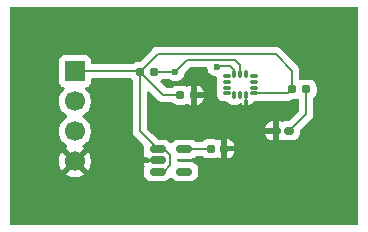
<source format=gbr>
%TF.GenerationSoftware,KiCad,Pcbnew,9.0.6*%
%TF.CreationDate,2026-01-28T18:23:47-08:00*%
%TF.ProjectId,PCB_design,5043425f-6465-4736-9967-6e2e6b696361,rev?*%
%TF.SameCoordinates,Original*%
%TF.FileFunction,Copper,L1,Top*%
%TF.FilePolarity,Positive*%
%FSLAX46Y46*%
G04 Gerber Fmt 4.6, Leading zero omitted, Abs format (unit mm)*
G04 Created by KiCad (PCBNEW 9.0.6) date 2026-01-28 18:23:47*
%MOMM*%
%LPD*%
G01*
G04 APERTURE LIST*
G04 Aperture macros list*
%AMRoundRect*
0 Rectangle with rounded corners*
0 $1 Rounding radius*
0 $2 $3 $4 $5 $6 $7 $8 $9 X,Y pos of 4 corners*
0 Add a 4 corners polygon primitive as box body*
4,1,4,$2,$3,$4,$5,$6,$7,$8,$9,$2,$3,0*
0 Add four circle primitives for the rounded corners*
1,1,$1+$1,$2,$3*
1,1,$1+$1,$4,$5*
1,1,$1+$1,$6,$7*
1,1,$1+$1,$8,$9*
0 Add four rect primitives between the rounded corners*
20,1,$1+$1,$2,$3,$4,$5,0*
20,1,$1+$1,$4,$5,$6,$7,0*
20,1,$1+$1,$6,$7,$8,$9,0*
20,1,$1+$1,$8,$9,$2,$3,0*%
G04 Aperture macros list end*
%TA.AperFunction,SMDPad,CuDef*%
%ADD10RoundRect,0.155000X-0.212500X-0.155000X0.212500X-0.155000X0.212500X0.155000X-0.212500X0.155000X0*%
%TD*%
%TA.AperFunction,SMDPad,CuDef*%
%ADD11RoundRect,0.160000X-0.222500X-0.160000X0.222500X-0.160000X0.222500X0.160000X-0.222500X0.160000X0*%
%TD*%
%TA.AperFunction,SMDPad,CuDef*%
%ADD12RoundRect,0.087500X-0.225000X-0.087500X0.225000X-0.087500X0.225000X0.087500X-0.225000X0.087500X0*%
%TD*%
%TA.AperFunction,SMDPad,CuDef*%
%ADD13RoundRect,0.087500X-0.087500X-0.225000X0.087500X-0.225000X0.087500X0.225000X-0.087500X0.225000X0*%
%TD*%
%TA.AperFunction,ComponentPad*%
%ADD14R,1.700000X1.700000*%
%TD*%
%TA.AperFunction,ComponentPad*%
%ADD15C,1.700000*%
%TD*%
%TA.AperFunction,SMDPad,CuDef*%
%ADD16RoundRect,0.150000X-0.512500X-0.150000X0.512500X-0.150000X0.512500X0.150000X-0.512500X0.150000X0*%
%TD*%
%TA.AperFunction,SMDPad,CuDef*%
%ADD17RoundRect,0.160000X-0.197500X-0.160000X0.197500X-0.160000X0.197500X0.160000X-0.197500X0.160000X0*%
%TD*%
%TA.AperFunction,ViaPad*%
%ADD18C,0.600000*%
%TD*%
%TA.AperFunction,Conductor*%
%ADD19C,0.200000*%
%TD*%
G04 APERTURE END LIST*
D10*
%TO.P,C1,1*%
%TO.N,VCC*%
X96432500Y-88500000D03*
%TO.P,C1,2*%
%TO.N,GND*%
X97567500Y-88500000D03*
%TD*%
D11*
%TO.P,D1,1,K*%
%TO.N,GND*%
X104500000Y-91500000D03*
%TO.P,D1,2,A*%
%TO.N,Net-(D1-A)*%
X105645000Y-91500000D03*
%TD*%
D10*
%TO.P,C2,1*%
%TO.N,Net-(U3-OUT)*%
X99000000Y-93000000D03*
%TO.P,C2,2*%
%TO.N,GND*%
X100135000Y-93000000D03*
%TD*%
D12*
%TO.P,U1,1,SDO/SA0*%
%TO.N,/SD0*%
X100337500Y-86837500D03*
%TO.P,U1,2,SDX*%
%TO.N,/SDX*%
X100337500Y-87337500D03*
%TO.P,U1,3,SCX*%
%TO.N,/SCX*%
X100337500Y-87837500D03*
%TO.P,U1,4,INT1*%
%TO.N,/INT1*%
X100337500Y-88337500D03*
D13*
%TO.P,U1,5,VDDIO*%
%TO.N,VCC*%
X101000000Y-88500000D03*
%TO.P,U1,6,GND*%
%TO.N,GND*%
X101500000Y-88500000D03*
%TO.P,U1,7,GND*%
X102000000Y-88500000D03*
D12*
%TO.P,U1,8,VDD*%
%TO.N,VCC*%
X102662500Y-88337500D03*
%TO.P,U1,9,INT2*%
%TO.N,/INT2*%
X102662500Y-87837500D03*
%TO.P,U1,10,OCS_AUX*%
%TO.N,/CS_3V*%
X102662500Y-87337500D03*
%TO.P,U1,11,SDO_AUX*%
%TO.N,unconnected-(U1-SDO_AUX-Pad11)*%
X102662500Y-86837500D03*
D13*
%TO.P,U1,12,CS*%
%TO.N,/CS_3V*%
X102000000Y-86675000D03*
%TO.P,U1,13,SCL*%
%TO.N,/SCL*%
X101500000Y-86675000D03*
%TO.P,U1,14,SDA*%
%TO.N,/SDA*%
X101000000Y-86675000D03*
%TD*%
D14*
%TO.P,J1,1,Pin_1*%
%TO.N,VCC*%
X87500000Y-86460000D03*
D15*
%TO.P,J1,2,Pin_2*%
%TO.N,/SCL*%
X87500000Y-89000000D03*
%TO.P,J1,3,Pin_3*%
%TO.N,/SDA*%
X87500000Y-91540000D03*
%TO.P,J1,4,Pin_4*%
%TO.N,GND*%
X87500000Y-94080000D03*
%TD*%
D16*
%TO.P,U3,1,IN*%
%TO.N,VCC*%
X94500000Y-93050000D03*
%TO.P,U3,2,GND*%
%TO.N,GND*%
X94500000Y-94000000D03*
%TO.P,U3,3,EN*%
%TO.N,VCC*%
X94500000Y-94950000D03*
%TO.P,U3,4,BP*%
%TO.N,unconnected-(U3-BP-Pad4)*%
X96775000Y-94950000D03*
%TO.P,U3,5,OUT*%
%TO.N,Net-(U3-OUT)*%
X96775000Y-93050000D03*
%TD*%
D17*
%TO.P,R2,1*%
%TO.N,VCC*%
X105902500Y-88000000D03*
%TO.P,R2,2*%
%TO.N,Net-(D1-A)*%
X107097500Y-88000000D03*
%TD*%
%TO.P,R1,1*%
%TO.N,VCC*%
X93000000Y-86500000D03*
%TO.P,R1,2*%
%TO.N,/SCL*%
X94195000Y-86500000D03*
%TD*%
D18*
%TO.N,/SCL*%
X96000000Y-86500000D03*
%TO.N,/SDA*%
X99500000Y-86100000D03*
%TD*%
D19*
%TO.N,/SDA*%
X100637499Y-86000000D02*
X99500000Y-86000000D01*
X99500000Y-86000000D02*
X99500000Y-86100000D01*
X101000000Y-86362501D02*
X100637499Y-86000000D01*
X101000000Y-86675000D02*
X101000000Y-86362501D01*
%TO.N,Net-(U3-OUT)*%
X96775000Y-93050000D02*
X98950000Y-93050000D01*
X98950000Y-93050000D02*
X99000000Y-93000000D01*
%TO.N,VCC*%
X94500000Y-93050000D02*
X95050000Y-93050000D01*
X95050000Y-93050000D02*
X95563499Y-93563499D01*
X95050000Y-94950000D02*
X94500000Y-94950000D01*
X95563499Y-93563499D02*
X95563499Y-94436501D01*
X95563499Y-94436501D02*
X95050000Y-94950000D01*
X94500000Y-85000000D02*
X104500000Y-85000000D01*
X93000000Y-86500000D02*
X94500000Y-85000000D01*
X105902500Y-86402500D02*
X105902500Y-88000000D01*
X104500000Y-85000000D02*
X105902500Y-86402500D01*
%TO.N,GND*%
X94420000Y-94080000D02*
X94500000Y-94000000D01*
%TO.N,Net-(D1-A)*%
X107097500Y-88000000D02*
X107097500Y-90047500D01*
X107097500Y-90047500D02*
X105645000Y-91500000D01*
%TO.N,VCC*%
X105902500Y-88000000D02*
X105565000Y-88337500D01*
X105565000Y-88337500D02*
X102662500Y-88337500D01*
X96432500Y-88500000D02*
X95000000Y-88500000D01*
X95000000Y-88500000D02*
X93000000Y-86500000D01*
X93000000Y-86500000D02*
X93000000Y-91550000D01*
X93000000Y-91550000D02*
X94500000Y-93050000D01*
X87500000Y-86460000D02*
X92960000Y-86460000D01*
X92960000Y-86460000D02*
X93000000Y-86500000D01*
%TO.N,/SCL*%
X94195000Y-86500000D02*
X94500000Y-86500000D01*
%TO.N,GND*%
X95162499Y-94000000D02*
X94500000Y-94000000D01*
%TO.N,/SCL*%
X101500000Y-85905326D02*
X101500000Y-86675000D01*
X101094674Y-85500000D02*
X101500000Y-85905326D01*
X97000000Y-85500000D02*
X101094674Y-85500000D01*
X96000000Y-86500000D02*
X97000000Y-85500000D01*
X94195000Y-86500000D02*
X96000000Y-86500000D01*
%TD*%
%TA.AperFunction,Conductor*%
%TO.N,GND*%
G36*
X111442539Y-81020185D02*
G01*
X111488294Y-81072989D01*
X111499500Y-81124500D01*
X111499500Y-99375500D01*
X111479815Y-99442539D01*
X111427011Y-99488294D01*
X111375500Y-99499500D01*
X82124500Y-99499500D01*
X82057461Y-99479815D01*
X82011706Y-99427011D01*
X82000500Y-99375500D01*
X82000500Y-85562135D01*
X86149500Y-85562135D01*
X86149500Y-87357870D01*
X86149501Y-87357876D01*
X86155908Y-87417483D01*
X86206202Y-87552328D01*
X86206206Y-87552335D01*
X86292452Y-87667544D01*
X86292455Y-87667547D01*
X86407664Y-87753793D01*
X86407671Y-87753797D01*
X86539082Y-87802810D01*
X86595016Y-87844681D01*
X86619433Y-87910145D01*
X86604582Y-87978418D01*
X86583431Y-88006673D01*
X86469889Y-88120215D01*
X86344951Y-88292179D01*
X86248444Y-88481585D01*
X86182753Y-88683760D01*
X86149500Y-88893713D01*
X86149500Y-89106286D01*
X86182753Y-89316239D01*
X86248444Y-89518414D01*
X86344951Y-89707820D01*
X86469890Y-89879786D01*
X86620213Y-90030109D01*
X86792182Y-90155050D01*
X86800946Y-90159516D01*
X86851742Y-90207491D01*
X86868536Y-90275312D01*
X86845998Y-90341447D01*
X86800946Y-90380484D01*
X86792182Y-90384949D01*
X86620213Y-90509890D01*
X86469890Y-90660213D01*
X86344951Y-90832179D01*
X86248444Y-91021585D01*
X86248443Y-91021587D01*
X86248443Y-91021588D01*
X86233642Y-91067140D01*
X86182753Y-91223760D01*
X86149500Y-91433713D01*
X86149500Y-91646286D01*
X86170667Y-91779933D01*
X86182754Y-91856243D01*
X86241677Y-92037590D01*
X86248444Y-92058414D01*
X86344951Y-92247820D01*
X86469890Y-92419786D01*
X86620213Y-92570109D01*
X86792179Y-92695048D01*
X86792181Y-92695049D01*
X86792184Y-92695051D01*
X86801493Y-92699794D01*
X86852290Y-92747766D01*
X86869087Y-92815587D01*
X86846552Y-92881722D01*
X86801505Y-92920760D01*
X86792446Y-92925376D01*
X86792440Y-92925380D01*
X86738282Y-92964727D01*
X86738282Y-92964728D01*
X87370591Y-93597037D01*
X87307007Y-93614075D01*
X87192993Y-93679901D01*
X87099901Y-93772993D01*
X87034075Y-93887007D01*
X87017037Y-93950591D01*
X86384728Y-93318282D01*
X86384727Y-93318282D01*
X86345380Y-93372439D01*
X86248904Y-93561782D01*
X86183242Y-93763869D01*
X86183242Y-93763872D01*
X86150000Y-93973753D01*
X86150000Y-94186246D01*
X86183242Y-94396127D01*
X86183242Y-94396130D01*
X86248904Y-94598217D01*
X86345375Y-94787550D01*
X86384728Y-94841716D01*
X87017037Y-94209408D01*
X87034075Y-94272993D01*
X87099901Y-94387007D01*
X87192993Y-94480099D01*
X87307007Y-94545925D01*
X87370590Y-94562962D01*
X86738282Y-95195269D01*
X86738282Y-95195270D01*
X86792449Y-95234624D01*
X86981782Y-95331095D01*
X87183870Y-95396757D01*
X87393754Y-95430000D01*
X87606246Y-95430000D01*
X87816127Y-95396757D01*
X87816130Y-95396757D01*
X88018217Y-95331095D01*
X88207554Y-95234622D01*
X88261716Y-95195270D01*
X88261717Y-95195270D01*
X87629408Y-94562962D01*
X87692993Y-94545925D01*
X87807007Y-94480099D01*
X87900099Y-94387007D01*
X87965925Y-94272993D01*
X87982962Y-94209408D01*
X88615270Y-94841717D01*
X88615270Y-94841716D01*
X88654622Y-94787554D01*
X88751095Y-94598217D01*
X88816757Y-94396130D01*
X88816757Y-94396127D01*
X88850000Y-94186246D01*
X88850000Y-93973753D01*
X88816757Y-93763872D01*
X88816757Y-93763869D01*
X88751095Y-93561782D01*
X88654624Y-93372449D01*
X88615270Y-93318282D01*
X88615269Y-93318282D01*
X87982962Y-93950590D01*
X87965925Y-93887007D01*
X87900099Y-93772993D01*
X87807007Y-93679901D01*
X87692993Y-93614075D01*
X87629409Y-93597037D01*
X88261716Y-92964728D01*
X88207547Y-92925373D01*
X88207547Y-92925372D01*
X88198500Y-92920763D01*
X88147706Y-92872788D01*
X88130912Y-92804966D01*
X88153451Y-92738832D01*
X88198508Y-92699793D01*
X88207816Y-92695051D01*
X88287007Y-92637515D01*
X88379786Y-92570109D01*
X88379788Y-92570106D01*
X88379792Y-92570104D01*
X88530104Y-92419792D01*
X88530106Y-92419788D01*
X88530109Y-92419786D01*
X88651720Y-92252401D01*
X88655051Y-92247816D01*
X88751557Y-92058412D01*
X88817246Y-91856243D01*
X88850500Y-91646287D01*
X88850500Y-91433713D01*
X88817246Y-91223757D01*
X88751557Y-91021588D01*
X88655051Y-90832184D01*
X88655049Y-90832181D01*
X88655048Y-90832179D01*
X88530109Y-90660213D01*
X88379786Y-90509890D01*
X88207820Y-90384951D01*
X88207115Y-90384591D01*
X88199054Y-90380485D01*
X88148259Y-90332512D01*
X88131463Y-90264692D01*
X88153999Y-90198556D01*
X88199054Y-90159515D01*
X88207816Y-90155051D01*
X88247036Y-90126556D01*
X88379786Y-90030109D01*
X88379788Y-90030106D01*
X88379792Y-90030104D01*
X88530104Y-89879792D01*
X88530106Y-89879788D01*
X88530109Y-89879786D01*
X88655048Y-89707820D01*
X88655047Y-89707820D01*
X88655051Y-89707816D01*
X88751557Y-89518412D01*
X88817246Y-89316243D01*
X88850500Y-89106287D01*
X88850500Y-88893713D01*
X88817246Y-88683757D01*
X88751557Y-88481588D01*
X88655051Y-88292184D01*
X88655049Y-88292181D01*
X88655048Y-88292179D01*
X88530109Y-88120213D01*
X88416569Y-88006673D01*
X88383084Y-87945350D01*
X88388068Y-87875658D01*
X88429940Y-87819725D01*
X88460915Y-87802810D01*
X88592331Y-87753796D01*
X88707546Y-87667546D01*
X88793796Y-87552331D01*
X88844091Y-87417483D01*
X88850500Y-87357873D01*
X88850500Y-87184500D01*
X88870185Y-87117461D01*
X88922989Y-87071706D01*
X88974500Y-87060500D01*
X92217549Y-87060500D01*
X92246985Y-87069143D01*
X92276975Y-87075667D01*
X92281991Y-87079422D01*
X92284588Y-87080185D01*
X92305229Y-87096818D01*
X92363180Y-87154768D01*
X92396666Y-87216091D01*
X92399500Y-87242450D01*
X92399500Y-91463330D01*
X92399499Y-91463348D01*
X92399499Y-91629054D01*
X92399498Y-91629054D01*
X92440423Y-91781784D01*
X92440423Y-91781785D01*
X92469320Y-91831836D01*
X92519477Y-91918712D01*
X92519481Y-91918717D01*
X92638349Y-92037585D01*
X92638355Y-92037590D01*
X93303733Y-92702968D01*
X93337218Y-92764291D01*
X93339670Y-92800377D01*
X93337000Y-92834298D01*
X93337000Y-93265701D01*
X93339901Y-93302567D01*
X93339902Y-93302573D01*
X93385754Y-93460393D01*
X93385756Y-93460399D01*
X93386926Y-93462377D01*
X93387369Y-93464126D01*
X93388853Y-93467554D01*
X93388299Y-93467793D01*
X93404103Y-93530102D01*
X93388749Y-93582395D01*
X93389317Y-93582641D01*
X93387327Y-93587239D01*
X93386928Y-93588599D01*
X93386222Y-93589791D01*
X93386216Y-93589806D01*
X93340400Y-93747505D01*
X93340399Y-93747511D01*
X93340204Y-93749998D01*
X93340205Y-93750000D01*
X93605685Y-93750000D01*
X93668806Y-93767268D01*
X93727102Y-93801744D01*
X93747176Y-93807576D01*
X93884926Y-93847597D01*
X93884929Y-93847597D01*
X93884931Y-93847598D01*
X93921806Y-93850500D01*
X94376000Y-93850500D01*
X94384685Y-93853050D01*
X94393647Y-93851762D01*
X94417687Y-93862740D01*
X94443039Y-93870185D01*
X94448966Y-93877025D01*
X94457203Y-93880787D01*
X94471492Y-93903021D01*
X94488794Y-93922989D01*
X94491081Y-93933503D01*
X94494977Y-93939565D01*
X94500000Y-93974500D01*
X94500000Y-94025500D01*
X94480315Y-94092539D01*
X94427511Y-94138294D01*
X94376000Y-94149500D01*
X93921798Y-94149500D01*
X93884932Y-94152401D01*
X93884926Y-94152402D01*
X93727106Y-94198254D01*
X93727103Y-94198255D01*
X93668806Y-94232732D01*
X93605685Y-94250000D01*
X93340205Y-94250000D01*
X93340204Y-94250001D01*
X93340399Y-94252488D01*
X93340400Y-94252494D01*
X93386216Y-94410193D01*
X93386220Y-94410203D01*
X93386927Y-94411398D01*
X93387195Y-94412454D01*
X93389316Y-94417356D01*
X93388524Y-94417698D01*
X93404103Y-94479123D01*
X93388493Y-94532284D01*
X93388855Y-94532441D01*
X93387587Y-94535369D01*
X93386927Y-94537620D01*
X93385759Y-94539594D01*
X93385754Y-94539607D01*
X93339902Y-94697426D01*
X93339901Y-94697432D01*
X93337000Y-94734298D01*
X93337000Y-95165701D01*
X93339901Y-95202567D01*
X93339902Y-95202573D01*
X93385754Y-95360393D01*
X93385755Y-95360396D01*
X93469232Y-95501550D01*
X93469418Y-95501864D01*
X93469423Y-95501870D01*
X93585629Y-95618076D01*
X93585633Y-95618079D01*
X93585635Y-95618081D01*
X93727102Y-95701744D01*
X93768724Y-95713836D01*
X93884926Y-95747597D01*
X93884929Y-95747597D01*
X93884931Y-95747598D01*
X93921806Y-95750500D01*
X93921814Y-95750500D01*
X95078186Y-95750500D01*
X95078194Y-95750500D01*
X95115069Y-95747598D01*
X95115071Y-95747597D01*
X95115073Y-95747597D01*
X95156691Y-95735505D01*
X95272898Y-95701744D01*
X95414365Y-95618081D01*
X95530581Y-95501865D01*
X95530767Y-95501549D01*
X95530977Y-95501353D01*
X95535361Y-95495702D01*
X95536272Y-95496409D01*
X95581836Y-95453866D01*
X95650577Y-95441362D01*
X95715167Y-95468006D01*
X95739355Y-95495921D01*
X95739639Y-95495702D01*
X95743679Y-95500911D01*
X95744232Y-95501548D01*
X95744419Y-95501865D01*
X95744421Y-95501867D01*
X95744423Y-95501870D01*
X95860629Y-95618076D01*
X95860633Y-95618079D01*
X95860635Y-95618081D01*
X96002102Y-95701744D01*
X96043724Y-95713836D01*
X96159926Y-95747597D01*
X96159929Y-95747597D01*
X96159931Y-95747598D01*
X96196806Y-95750500D01*
X96196814Y-95750500D01*
X97353186Y-95750500D01*
X97353194Y-95750500D01*
X97390069Y-95747598D01*
X97390071Y-95747597D01*
X97390073Y-95747597D01*
X97431691Y-95735505D01*
X97547898Y-95701744D01*
X97689365Y-95618081D01*
X97805581Y-95501865D01*
X97889244Y-95360398D01*
X97935098Y-95202569D01*
X97938000Y-95165694D01*
X97938000Y-94734306D01*
X97935098Y-94697431D01*
X97889244Y-94539602D01*
X97805581Y-94398135D01*
X97805579Y-94398133D01*
X97805576Y-94398129D01*
X97689370Y-94281923D01*
X97689362Y-94281917D01*
X97547896Y-94198255D01*
X97547893Y-94198254D01*
X97390073Y-94152402D01*
X97390067Y-94152401D01*
X97353201Y-94149500D01*
X97353194Y-94149500D01*
X96287999Y-94149500D01*
X96279313Y-94146949D01*
X96270352Y-94148238D01*
X96246311Y-94137259D01*
X96220960Y-94129815D01*
X96215032Y-94122974D01*
X96206796Y-94119213D01*
X96192506Y-94096978D01*
X96175205Y-94077011D01*
X96172917Y-94066496D01*
X96169022Y-94060435D01*
X96163999Y-94025500D01*
X96163999Y-93974500D01*
X96183684Y-93907461D01*
X96236488Y-93861706D01*
X96287999Y-93850500D01*
X97353186Y-93850500D01*
X97353194Y-93850500D01*
X97390069Y-93847598D01*
X97390071Y-93847597D01*
X97390073Y-93847597D01*
X97431691Y-93835505D01*
X97547898Y-93801744D01*
X97689365Y-93718081D01*
X97720626Y-93686820D01*
X97781948Y-93653334D01*
X97808308Y-93650500D01*
X98305846Y-93650500D01*
X98372885Y-93670185D01*
X98381844Y-93676519D01*
X98382544Y-93677062D01*
X98399044Y-93686820D01*
X98525100Y-93761370D01*
X98533702Y-93763869D01*
X98684137Y-93807575D01*
X98684140Y-93807575D01*
X98684142Y-93807576D01*
X98721297Y-93810500D01*
X99278702Y-93810499D01*
X99315858Y-93807576D01*
X99474900Y-93761370D01*
X99504869Y-93743645D01*
X99572588Y-93726461D01*
X99631113Y-93743645D01*
X99660300Y-93760906D01*
X99660305Y-93760908D01*
X99819216Y-93807077D01*
X99819222Y-93807078D01*
X99856342Y-93809999D01*
X99856358Y-93810000D01*
X99885000Y-93810000D01*
X100385000Y-93810000D01*
X100413642Y-93810000D01*
X100413657Y-93809999D01*
X100450777Y-93807078D01*
X100450783Y-93807077D01*
X100609694Y-93760908D01*
X100609697Y-93760907D01*
X100752142Y-93676666D01*
X100752150Y-93676660D01*
X100869160Y-93559650D01*
X100869166Y-93559642D01*
X100953407Y-93417197D01*
X100953409Y-93417194D01*
X100999578Y-93258281D01*
X101000230Y-93250000D01*
X100385000Y-93250000D01*
X100385000Y-93810000D01*
X99885000Y-93810000D01*
X99885000Y-92750000D01*
X100385000Y-92750000D01*
X101000230Y-92750000D01*
X100999578Y-92741718D01*
X100953409Y-92582805D01*
X100953407Y-92582802D01*
X100869166Y-92440357D01*
X100869160Y-92440349D01*
X100752150Y-92323339D01*
X100752142Y-92323333D01*
X100609697Y-92239092D01*
X100609694Y-92239091D01*
X100450783Y-92192922D01*
X100450777Y-92192921D01*
X100413657Y-92190000D01*
X100385000Y-92190000D01*
X100385000Y-92750000D01*
X99885000Y-92750000D01*
X99885000Y-92190000D01*
X99856342Y-92190000D01*
X99819222Y-92192921D01*
X99819216Y-92192922D01*
X99660304Y-92239091D01*
X99660300Y-92239093D01*
X99631109Y-92256356D01*
X99563384Y-92273536D01*
X99504869Y-92256354D01*
X99490432Y-92247816D01*
X99474900Y-92238630D01*
X99474899Y-92238629D01*
X99474898Y-92238629D01*
X99474895Y-92238628D01*
X99315862Y-92192424D01*
X99315856Y-92192423D01*
X99278703Y-92189500D01*
X98721309Y-92189500D01*
X98721284Y-92189501D01*
X98684145Y-92192423D01*
X98525099Y-92238630D01*
X98382549Y-92322934D01*
X98382540Y-92322941D01*
X98292301Y-92413181D01*
X98230978Y-92446666D01*
X98204620Y-92449500D01*
X97808308Y-92449500D01*
X97741269Y-92429815D01*
X97720626Y-92413180D01*
X97689370Y-92381923D01*
X97689362Y-92381917D01*
X97547896Y-92298255D01*
X97547893Y-92298254D01*
X97390073Y-92252402D01*
X97390067Y-92252401D01*
X97353201Y-92249500D01*
X97353194Y-92249500D01*
X96196806Y-92249500D01*
X96196798Y-92249500D01*
X96159932Y-92252401D01*
X96159926Y-92252402D01*
X96002106Y-92298254D01*
X96002103Y-92298255D01*
X95860637Y-92381917D01*
X95860629Y-92381923D01*
X95744423Y-92498129D01*
X95744414Y-92498140D01*
X95744229Y-92498455D01*
X95744019Y-92498650D01*
X95739639Y-92504298D01*
X95738727Y-92503591D01*
X95693157Y-92546136D01*
X95624415Y-92558637D01*
X95559827Y-92531988D01*
X95535643Y-92504078D01*
X95535361Y-92504298D01*
X95531323Y-92499092D01*
X95530771Y-92498455D01*
X95530585Y-92498140D01*
X95530576Y-92498129D01*
X95414370Y-92381923D01*
X95414362Y-92381917D01*
X95272896Y-92298255D01*
X95272893Y-92298254D01*
X95115073Y-92252402D01*
X95115067Y-92252401D01*
X95078201Y-92249500D01*
X95078194Y-92249500D01*
X94600097Y-92249500D01*
X94533058Y-92229815D01*
X94512416Y-92213181D01*
X94049235Y-91750000D01*
X103620831Y-91750000D01*
X103623543Y-91779844D01*
X103671224Y-91932859D01*
X103671226Y-91932863D01*
X103754139Y-92070019D01*
X103754142Y-92070023D01*
X103867476Y-92183357D01*
X103867480Y-92183360D01*
X104004636Y-92266273D01*
X104004640Y-92266275D01*
X104157657Y-92313956D01*
X104157656Y-92313956D01*
X104224163Y-92320000D01*
X104250000Y-92320000D01*
X104250000Y-91750000D01*
X103620831Y-91750000D01*
X94049235Y-91750000D01*
X93636819Y-91337584D01*
X93603334Y-91276261D01*
X93600510Y-91250000D01*
X103620831Y-91250000D01*
X104250000Y-91250000D01*
X104250000Y-90680000D01*
X104224163Y-90680000D01*
X104157656Y-90686043D01*
X104004640Y-90733724D01*
X104004636Y-90733726D01*
X103867480Y-90816639D01*
X103867476Y-90816642D01*
X103754142Y-90929976D01*
X103754139Y-90929980D01*
X103671226Y-91067136D01*
X103671224Y-91067140D01*
X103623543Y-91220155D01*
X103620831Y-91250000D01*
X93600510Y-91250000D01*
X93600500Y-91249903D01*
X93600500Y-88249097D01*
X93620185Y-88182058D01*
X93672989Y-88136303D01*
X93742147Y-88126359D01*
X93805703Y-88155384D01*
X93812181Y-88161416D01*
X94515139Y-88864374D01*
X94515149Y-88864385D01*
X94519479Y-88868715D01*
X94519480Y-88868716D01*
X94631284Y-88980520D01*
X94661325Y-88997864D01*
X94687542Y-89013000D01*
X94687541Y-89013000D01*
X94687544Y-89013001D01*
X94768209Y-89059574D01*
X94768210Y-89059574D01*
X94768215Y-89059577D01*
X94920943Y-89100500D01*
X95079057Y-89100500D01*
X95687121Y-89100500D01*
X95754160Y-89120185D01*
X95774803Y-89136820D01*
X95815040Y-89177058D01*
X95815044Y-89177061D01*
X95815046Y-89177063D01*
X95957600Y-89261370D01*
X95976290Y-89266800D01*
X96116637Y-89307575D01*
X96116640Y-89307575D01*
X96116642Y-89307576D01*
X96153797Y-89310500D01*
X96711202Y-89310499D01*
X96748358Y-89307576D01*
X96907400Y-89261370D01*
X96937369Y-89243645D01*
X97005088Y-89226461D01*
X97063613Y-89243645D01*
X97092800Y-89260906D01*
X97092805Y-89260908D01*
X97251716Y-89307077D01*
X97251722Y-89307078D01*
X97288842Y-89309999D01*
X97288858Y-89310000D01*
X97317500Y-89310000D01*
X97817500Y-89310000D01*
X97846142Y-89310000D01*
X97846157Y-89309999D01*
X97883277Y-89307078D01*
X97883283Y-89307077D01*
X98042194Y-89260908D01*
X98042197Y-89260907D01*
X98184642Y-89176666D01*
X98184650Y-89176660D01*
X98301660Y-89059650D01*
X98301666Y-89059642D01*
X98385907Y-88917197D01*
X98385909Y-88917194D01*
X98432078Y-88758281D01*
X98432730Y-88750000D01*
X97817500Y-88750000D01*
X97817500Y-89310000D01*
X97317500Y-89310000D01*
X97317500Y-88250000D01*
X97817500Y-88250000D01*
X98432730Y-88250000D01*
X98432078Y-88241718D01*
X98385909Y-88082805D01*
X98385907Y-88082802D01*
X98301666Y-87940357D01*
X98301660Y-87940349D01*
X98184650Y-87823339D01*
X98184642Y-87823333D01*
X98042197Y-87739092D01*
X98042194Y-87739091D01*
X97883283Y-87692922D01*
X97883277Y-87692921D01*
X97846157Y-87690000D01*
X97817500Y-87690000D01*
X97817500Y-88250000D01*
X97317500Y-88250000D01*
X97317500Y-87690000D01*
X97288842Y-87690000D01*
X97251722Y-87692921D01*
X97251716Y-87692922D01*
X97092804Y-87739091D01*
X97092800Y-87739093D01*
X97063609Y-87756356D01*
X96995884Y-87773536D01*
X96937369Y-87756354D01*
X96933045Y-87753797D01*
X96907400Y-87738630D01*
X96907399Y-87738629D01*
X96907398Y-87738629D01*
X96907395Y-87738628D01*
X96748362Y-87692424D01*
X96748356Y-87692423D01*
X96711203Y-87689500D01*
X96153809Y-87689500D01*
X96153784Y-87689501D01*
X96116645Y-87692423D01*
X95957599Y-87738630D01*
X95815049Y-87822934D01*
X95815040Y-87822941D01*
X95774803Y-87863180D01*
X95713480Y-87896666D01*
X95687121Y-87899500D01*
X95300097Y-87899500D01*
X95233058Y-87879815D01*
X95212416Y-87863181D01*
X94746572Y-87397337D01*
X94713087Y-87336014D01*
X94718071Y-87266322D01*
X94755331Y-87214014D01*
X94762327Y-87208240D01*
X94802835Y-87183753D01*
X94853963Y-87132624D01*
X94858528Y-87128858D01*
X94885422Y-87117350D01*
X94911092Y-87103334D01*
X94920561Y-87102315D01*
X94922765Y-87101373D01*
X94925322Y-87101803D01*
X94937450Y-87100500D01*
X95420234Y-87100500D01*
X95487273Y-87120185D01*
X95489125Y-87121398D01*
X95620814Y-87209390D01*
X95620827Y-87209397D01*
X95766498Y-87269735D01*
X95766503Y-87269737D01*
X95921153Y-87300499D01*
X95921156Y-87300500D01*
X95921158Y-87300500D01*
X96078844Y-87300500D01*
X96078845Y-87300499D01*
X96233497Y-87269737D01*
X96379179Y-87209394D01*
X96510289Y-87121789D01*
X96621789Y-87010289D01*
X96709394Y-86879179D01*
X96769737Y-86733497D01*
X96789113Y-86636085D01*
X96800638Y-86578150D01*
X96833023Y-86516239D01*
X96834514Y-86514720D01*
X97212417Y-86136819D01*
X97273740Y-86103334D01*
X97300098Y-86100500D01*
X98582152Y-86100500D01*
X98649191Y-86120185D01*
X98694946Y-86172989D01*
X98703769Y-86200308D01*
X98730261Y-86333491D01*
X98730264Y-86333501D01*
X98790602Y-86479172D01*
X98790609Y-86479185D01*
X98878210Y-86610288D01*
X98878213Y-86610292D01*
X98989707Y-86721786D01*
X98989711Y-86721789D01*
X99120814Y-86809390D01*
X99120827Y-86809397D01*
X99266498Y-86869735D01*
X99266503Y-86869737D01*
X99313936Y-86879172D01*
X99427132Y-86901689D01*
X99426813Y-86903291D01*
X99447133Y-86911492D01*
X99475630Y-86920229D01*
X99479181Y-86924427D01*
X99484280Y-86926485D01*
X99501501Y-86950813D01*
X99520754Y-86973573D01*
X99522818Y-86980927D01*
X99524649Y-86983513D01*
X99530294Y-87007553D01*
X99538689Y-87071313D01*
X99538689Y-87103686D01*
X99524500Y-87211452D01*
X99524500Y-87463547D01*
X99538689Y-87571314D01*
X99538689Y-87603686D01*
X99524500Y-87711452D01*
X99524500Y-87963547D01*
X99538689Y-88071314D01*
X99538689Y-88103686D01*
X99524500Y-88211452D01*
X99524500Y-88463547D01*
X99536271Y-88552952D01*
X99538559Y-88570329D01*
X99539635Y-88578497D01*
X99539636Y-88578502D01*
X99598882Y-88721536D01*
X99598883Y-88721537D01*
X99693133Y-88844367D01*
X99815963Y-88938617D01*
X99815962Y-88938617D01*
X99894189Y-88971019D01*
X99959001Y-88997865D01*
X100073960Y-89013000D01*
X100331182Y-89013000D01*
X100398221Y-89032685D01*
X100429557Y-89061513D01*
X100493133Y-89144367D01*
X100615963Y-89238617D01*
X100615962Y-89238617D01*
X100669776Y-89260907D01*
X100759001Y-89297865D01*
X100873960Y-89313000D01*
X100873967Y-89313000D01*
X101126033Y-89313000D01*
X101126040Y-89313000D01*
X101240999Y-89297865D01*
X101384037Y-89238617D01*
X101475517Y-89168422D01*
X101540682Y-89143230D01*
X101609127Y-89157268D01*
X101659117Y-89206082D01*
X101675000Y-89266800D01*
X101675000Y-89306048D01*
X101733819Y-89298306D01*
X101766186Y-89298307D01*
X101824999Y-89306049D01*
X101825000Y-89306049D01*
X101825000Y-88947617D01*
X101829000Y-88933993D01*
X101828156Y-88919819D01*
X101838648Y-88901134D01*
X101844685Y-88880578D01*
X101855414Y-88871280D01*
X101862368Y-88858899D01*
X101881297Y-88848853D01*
X101897489Y-88834823D01*
X101911542Y-88832802D01*
X101924085Y-88826146D01*
X101945437Y-88827928D01*
X101966647Y-88824879D01*
X101980920Y-88830890D01*
X101993713Y-88831959D01*
X102024482Y-88849238D01*
X102126486Y-88927509D01*
X102167689Y-88983936D01*
X102175000Y-89025884D01*
X102175000Y-89306048D01*
X102240869Y-89297378D01*
X102383782Y-89238182D01*
X102383786Y-89238180D01*
X102506509Y-89144010D01*
X102506510Y-89144009D01*
X102569813Y-89061513D01*
X102626241Y-89020311D01*
X102668188Y-89013000D01*
X102926033Y-89013000D01*
X102926040Y-89013000D01*
X103040999Y-88997865D01*
X103162739Y-88947438D01*
X103210191Y-88938000D01*
X105478331Y-88938000D01*
X105478347Y-88938001D01*
X105485943Y-88938001D01*
X105644054Y-88938001D01*
X105644057Y-88938001D01*
X105796785Y-88897077D01*
X105846904Y-88868139D01*
X105900649Y-88837109D01*
X105900667Y-88837105D01*
X105962646Y-88820499D01*
X106153388Y-88820499D01*
X106219926Y-88814453D01*
X106219927Y-88814452D01*
X106219933Y-88814452D01*
X106336110Y-88778250D01*
X106405970Y-88777098D01*
X106465362Y-88813899D01*
X106495430Y-88876968D01*
X106497000Y-88896635D01*
X106497000Y-89747402D01*
X106477315Y-89814441D01*
X106460681Y-89835083D01*
X105652582Y-90643181D01*
X105591259Y-90676666D01*
X105564902Y-90679500D01*
X105369111Y-90679500D01*
X105302573Y-90685546D01*
X105302566Y-90685548D01*
X105149433Y-90733265D01*
X105149427Y-90733268D01*
X105136162Y-90741287D01*
X105068607Y-90759121D01*
X105007868Y-90741286D01*
X104995361Y-90733725D01*
X104995359Y-90733724D01*
X104842342Y-90686043D01*
X104842343Y-90686043D01*
X104775837Y-90680000D01*
X104750000Y-90680000D01*
X104750000Y-92320000D01*
X104775837Y-92320000D01*
X104842338Y-92313957D01*
X104995361Y-92266273D01*
X105007861Y-92258717D01*
X105075415Y-92240878D01*
X105136164Y-92258713D01*
X105149431Y-92266733D01*
X105149433Y-92266734D01*
X105203600Y-92283612D01*
X105302567Y-92314452D01*
X105369119Y-92320500D01*
X105920880Y-92320499D01*
X105920888Y-92320499D01*
X105987426Y-92314453D01*
X105987427Y-92314452D01*
X105987433Y-92314452D01*
X106140569Y-92266733D01*
X106262668Y-92192922D01*
X106277829Y-92183757D01*
X106277830Y-92183755D01*
X106277835Y-92183753D01*
X106391253Y-92070335D01*
X106398460Y-92058414D01*
X106474232Y-91933070D01*
X106474233Y-91933069D01*
X106474299Y-91932859D01*
X106505778Y-91831836D01*
X106521952Y-91779933D01*
X106528000Y-91713381D01*
X106527999Y-91517596D01*
X106547683Y-91450557D01*
X106564313Y-91429920D01*
X107456006Y-90538228D01*
X107456011Y-90538224D01*
X107466214Y-90528020D01*
X107466216Y-90528020D01*
X107578020Y-90416216D01*
X107621188Y-90341447D01*
X107635160Y-90317247D01*
X107635161Y-90317245D01*
X107657074Y-90279290D01*
X107657073Y-90279290D01*
X107657077Y-90279285D01*
X107698000Y-90126558D01*
X107698000Y-89968443D01*
X107698000Y-88742450D01*
X107717685Y-88675411D01*
X107734319Y-88654769D01*
X107818753Y-88570335D01*
X107901733Y-88433069D01*
X107949452Y-88279933D01*
X107955500Y-88213381D01*
X107955499Y-87786620D01*
X107955499Y-87786611D01*
X107949453Y-87720073D01*
X107949452Y-87720070D01*
X107949452Y-87720067D01*
X107913186Y-87603686D01*
X107901734Y-87566933D01*
X107901732Y-87566929D01*
X107818757Y-87429670D01*
X107818753Y-87429665D01*
X107705334Y-87316246D01*
X107705329Y-87316242D01*
X107568070Y-87233267D01*
X107568066Y-87233265D01*
X107414933Y-87185548D01*
X107414935Y-87185548D01*
X107388312Y-87183128D01*
X107348381Y-87179500D01*
X107348378Y-87179500D01*
X106846611Y-87179500D01*
X106780073Y-87185546D01*
X106780072Y-87185546D01*
X106663889Y-87221750D01*
X106594029Y-87222900D01*
X106534637Y-87186099D01*
X106504569Y-87123030D01*
X106503000Y-87103364D01*
X106503000Y-86491560D01*
X106503001Y-86491547D01*
X106503001Y-86323444D01*
X106503001Y-86323443D01*
X106462077Y-86170716D01*
X106429036Y-86113486D01*
X106383024Y-86033790D01*
X106383018Y-86033782D01*
X104987590Y-84638355D01*
X104987588Y-84638352D01*
X104868717Y-84519481D01*
X104868716Y-84519480D01*
X104781904Y-84469360D01*
X104781904Y-84469359D01*
X104781900Y-84469358D01*
X104731785Y-84440423D01*
X104579057Y-84399499D01*
X104420943Y-84399499D01*
X104413347Y-84399499D01*
X104413331Y-84399500D01*
X94420940Y-84399500D01*
X94380019Y-84410464D01*
X94380019Y-84410465D01*
X94342751Y-84420451D01*
X94268214Y-84440423D01*
X94268209Y-84440426D01*
X94131290Y-84519475D01*
X94131282Y-84519481D01*
X94019478Y-84631286D01*
X93007582Y-85643181D01*
X92946259Y-85676666D01*
X92919902Y-85679500D01*
X92749111Y-85679500D01*
X92682573Y-85685546D01*
X92682566Y-85685548D01*
X92529433Y-85733265D01*
X92529429Y-85733267D01*
X92392170Y-85816242D01*
X92392165Y-85816246D01*
X92385231Y-85823181D01*
X92323908Y-85856666D01*
X92297550Y-85859500D01*
X88974499Y-85859500D01*
X88907460Y-85839815D01*
X88861705Y-85787011D01*
X88850499Y-85735500D01*
X88850499Y-85562129D01*
X88850498Y-85562123D01*
X88850497Y-85562116D01*
X88844091Y-85502517D01*
X88793796Y-85367669D01*
X88793795Y-85367668D01*
X88793793Y-85367664D01*
X88707547Y-85252455D01*
X88707544Y-85252452D01*
X88592335Y-85166206D01*
X88592328Y-85166202D01*
X88457482Y-85115908D01*
X88457483Y-85115908D01*
X88397883Y-85109501D01*
X88397881Y-85109500D01*
X88397873Y-85109500D01*
X88397864Y-85109500D01*
X86602129Y-85109500D01*
X86602123Y-85109501D01*
X86542516Y-85115908D01*
X86407671Y-85166202D01*
X86407664Y-85166206D01*
X86292455Y-85252452D01*
X86292452Y-85252455D01*
X86206206Y-85367664D01*
X86206202Y-85367671D01*
X86155908Y-85502517D01*
X86149501Y-85562116D01*
X86149501Y-85562123D01*
X86149500Y-85562135D01*
X82000500Y-85562135D01*
X82000500Y-81124500D01*
X82020185Y-81057461D01*
X82072989Y-81011706D01*
X82124500Y-81000500D01*
X111375500Y-81000500D01*
X111442539Y-81020185D01*
G37*
%TD.AperFunction*%
%TD*%
M02*

</source>
